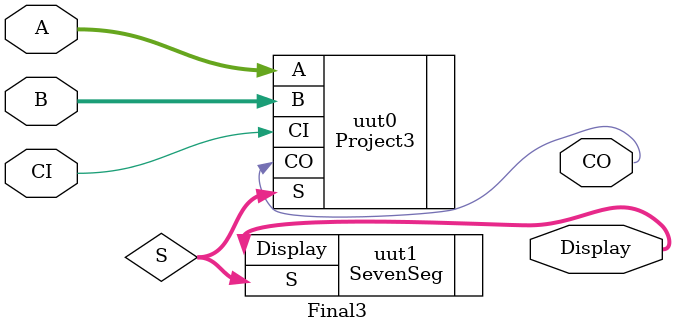
<source format=v>
`timescale 1ns / 1ps


module Final3(
    input [3:0] A,
    input [3:0] B,
    input CI,
    output [6:0] Display,
    output CO
    );
    wire [3:0] S;
    
    Project3 uut0(.A(A),.B(B),.CI(CI),.S(S),.CO(CO));
    SevenSeg uut1(.S(S), .Display(Display));
endmodule

</source>
